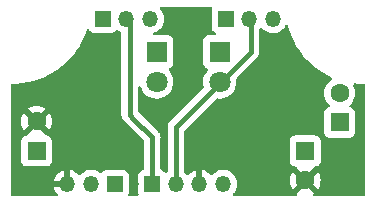
<source format=gbr>
%TF.GenerationSoftware,KiCad,Pcbnew,6.0.0+dfsg1-2*%
%TF.CreationDate,2022-01-11T20:59:37+02:00*%
%TF.ProjectId,aceitera,61636569-7465-4726-912e-6b696361645f,rev?*%
%TF.SameCoordinates,Original*%
%TF.FileFunction,Copper,L2,Bot*%
%TF.FilePolarity,Positive*%
%FSLAX46Y46*%
G04 Gerber Fmt 4.6, Leading zero omitted, Abs format (unit mm)*
G04 Created by KiCad (PCBNEW 6.0.0+dfsg1-2) date 2022-01-11 20:59:37*
%MOMM*%
%LPD*%
G01*
G04 APERTURE LIST*
%TA.AperFunction,ComponentPad*%
%ADD10R,1.350000X1.350000*%
%TD*%
%TA.AperFunction,ComponentPad*%
%ADD11O,1.350000X1.350000*%
%TD*%
%TA.AperFunction,ComponentPad*%
%ADD12R,1.600000X1.600000*%
%TD*%
%TA.AperFunction,ComponentPad*%
%ADD13C,1.600000*%
%TD*%
%TA.AperFunction,ComponentPad*%
%ADD14R,1.800000X1.800000*%
%TD*%
%TA.AperFunction,ComponentPad*%
%ADD15C,1.800000*%
%TD*%
%TA.AperFunction,ViaPad*%
%ADD16C,0.800000*%
%TD*%
%TA.AperFunction,Conductor*%
%ADD17C,0.381000*%
%TD*%
G04 APERTURE END LIST*
D10*
%TO.P,RV1,1,1*%
%TO.N,Net-(C3-Pad2)*%
X110744000Y-90043000D03*
D11*
%TO.P,RV1,2,2*%
%TO.N,OUT*%
X108744000Y-90043000D03*
%TO.P,RV1,3,3*%
%TO.N,GND*%
X106744000Y-90043000D03*
%TD*%
D10*
%TO.P,J1,1,Pin_1*%
%TO.N,IN*%
X113919000Y-90043000D03*
D11*
%TO.P,J1,2,Pin_2*%
%TO.N,+9V*%
X115919000Y-90043000D03*
%TO.P,J1,3,Pin_3*%
%TO.N,GND*%
X117919000Y-90043000D03*
%TO.P,J1,4,Pin_4*%
%TO.N,OUT*%
X119919000Y-90043000D03*
%TD*%
D12*
%TO.P,C4,1*%
%TO.N,Net-(C4-Pad1)*%
X126873000Y-87249000D03*
D13*
%TO.P,C4,2*%
%TO.N,GND*%
X126873000Y-89749000D03*
%TD*%
D12*
%TO.P,C6,1*%
%TO.N,Net-(C6-Pad1)*%
X104140000Y-87249000D03*
D13*
%TO.P,C6,2*%
%TO.N,GND*%
X104140000Y-84749000D03*
%TD*%
D12*
%TO.P,C2,1*%
%TO.N,Net-(C2-Pad1)*%
X129794000Y-84836000D03*
D13*
%TO.P,C2,2*%
%TO.N,Net-(C2-Pad2)*%
X129794000Y-82336000D03*
%TD*%
D10*
%TO.P,SW2,1,A*%
%TO.N,Net-(C1-Pad1)*%
X109728000Y-76073000D03*
D11*
%TO.P,SW2,2,B*%
%TO.N,IN*%
X111728000Y-76073000D03*
%TO.P,SW2,3,C*%
%TO.N,Net-(C7-Pad1)*%
X113728000Y-76073000D03*
%TD*%
D14*
%TO.P,D2,1,K*%
%TO.N,VCC*%
X114300000Y-78867000D03*
D15*
%TO.P,D2,2,A*%
%TO.N,Net-(D1-Pad1)*%
X114300000Y-81407000D03*
%TD*%
D14*
%TO.P,D1,1,K*%
%TO.N,Net-(D1-Pad1)*%
X119634000Y-78867000D03*
D15*
%TO.P,D1,2,A*%
%TO.N,+9V*%
X119634000Y-81407000D03*
%TD*%
D10*
%TO.P,SW1,1,1*%
%TO.N,VCC*%
X120142000Y-76073000D03*
D11*
%TO.P,SW1,2,2*%
%TO.N,+9V*%
X122142000Y-76073000D03*
%TO.P,SW1,3,3*%
%TO.N,Net-(D1-Pad1)*%
X124142000Y-76073000D03*
%TD*%
D16*
%TO.N,GND*%
X126492000Y-84963000D03*
X112395000Y-90043000D03*
X118999000Y-83820000D03*
X116586000Y-82677000D03*
%TD*%
D17*
%TO.N,+9V*%
X122269000Y-78899000D02*
X122269000Y-76073000D01*
X115919000Y-85249000D02*
X119634000Y-81534000D01*
X119634000Y-81534000D02*
X122269000Y-78899000D01*
X115919000Y-90043000D02*
X115919000Y-85249000D01*
%TO.N,IN*%
X112014000Y-76200000D02*
X112014000Y-83058000D01*
X112014000Y-84201000D02*
X112014000Y-83058000D01*
X112331500Y-84518500D02*
X112014000Y-84201000D01*
X113919000Y-90043000D02*
X113919000Y-86106000D01*
X113919000Y-86106000D02*
X112331500Y-84518500D01*
%TD*%
%TA.AperFunction,Conductor*%
%TO.N,GND*%
G36*
X125376732Y-76585087D02*
G01*
X125418668Y-76642376D01*
X125421522Y-76651317D01*
X125515964Y-76990289D01*
X125562931Y-77119817D01*
X125682162Y-77448642D01*
X125687079Y-77462203D01*
X125688062Y-77464380D01*
X125688062Y-77464381D01*
X125689709Y-77468029D01*
X125893589Y-77919736D01*
X125894981Y-77922283D01*
X126123701Y-78340841D01*
X126134300Y-78360238D01*
X126407816Y-78781157D01*
X126409265Y-78783054D01*
X126409268Y-78783058D01*
X126625862Y-79066577D01*
X126712552Y-79180054D01*
X127046745Y-79554618D01*
X127048466Y-79556274D01*
X127406731Y-79901021D01*
X127406743Y-79901032D01*
X127408457Y-79902681D01*
X127795594Y-80222225D01*
X127797548Y-80223602D01*
X127797561Y-80223612D01*
X128203936Y-80510008D01*
X128203947Y-80510015D01*
X128205912Y-80511400D01*
X128207980Y-80512633D01*
X128207984Y-80512636D01*
X128302260Y-80568864D01*
X128637035Y-80768530D01*
X128639170Y-80769592D01*
X128639177Y-80769596D01*
X128740086Y-80819799D01*
X129086466Y-80992127D01*
X129088663Y-80993019D01*
X129088686Y-80993029D01*
X129090564Y-80993791D01*
X129090810Y-80993986D01*
X129090878Y-80994017D01*
X129090870Y-80994034D01*
X129146158Y-81037948D01*
X129169053Y-81105152D01*
X129151981Y-81174065D01*
X129115439Y-81213750D01*
X128954211Y-81326643D01*
X128954208Y-81326645D01*
X128949700Y-81329802D01*
X128787802Y-81491700D01*
X128784645Y-81496208D01*
X128784643Y-81496211D01*
X128733704Y-81568960D01*
X128656477Y-81679251D01*
X128654154Y-81684233D01*
X128654151Y-81684238D01*
X128603598Y-81792651D01*
X128559716Y-81886757D01*
X128500457Y-82107913D01*
X128480502Y-82336000D01*
X128500457Y-82564087D01*
X128501881Y-82569400D01*
X128501881Y-82569402D01*
X128553586Y-82762364D01*
X128559716Y-82785243D01*
X128562039Y-82790224D01*
X128562039Y-82790225D01*
X128654151Y-82987762D01*
X128654154Y-82987767D01*
X128656477Y-82992749D01*
X128787802Y-83180300D01*
X128933502Y-83326000D01*
X128967528Y-83388312D01*
X128962463Y-83459127D01*
X128919916Y-83515963D01*
X128883263Y-83533132D01*
X128883684Y-83534255D01*
X128747295Y-83585385D01*
X128630739Y-83672739D01*
X128543385Y-83789295D01*
X128492255Y-83925684D01*
X128485500Y-83987866D01*
X128485500Y-85684134D01*
X128492255Y-85746316D01*
X128543385Y-85882705D01*
X128630739Y-85999261D01*
X128747295Y-86086615D01*
X128883684Y-86137745D01*
X128945866Y-86144500D01*
X130642134Y-86144500D01*
X130704316Y-86137745D01*
X130840705Y-86086615D01*
X130957261Y-85999261D01*
X131044615Y-85882705D01*
X131095745Y-85746316D01*
X131102500Y-85684134D01*
X131102500Y-83987866D01*
X131095745Y-83925684D01*
X131044615Y-83789295D01*
X130957261Y-83672739D01*
X130840705Y-83585385D01*
X130704316Y-83534255D01*
X130705046Y-83532309D01*
X130652795Y-83502455D01*
X130619979Y-83439497D01*
X130626409Y-83368793D01*
X130654498Y-83326000D01*
X130800198Y-83180300D01*
X130931523Y-82992749D01*
X130933846Y-82987767D01*
X130933849Y-82987762D01*
X131025961Y-82790225D01*
X131025961Y-82790224D01*
X131028284Y-82785243D01*
X131034415Y-82762364D01*
X131086119Y-82569402D01*
X131086119Y-82569400D01*
X131087543Y-82564087D01*
X131107498Y-82336000D01*
X131087543Y-82107913D01*
X131028284Y-81886757D01*
X130946704Y-81711806D01*
X130936043Y-81641616D01*
X130965023Y-81576804D01*
X131024443Y-81537947D01*
X131071095Y-81532971D01*
X131306550Y-81552086D01*
X131514257Y-81568949D01*
X131827619Y-81570478D01*
X131895637Y-81590812D01*
X131941868Y-81644694D01*
X131953000Y-81696476D01*
X131953000Y-90933000D01*
X131932998Y-91001121D01*
X131879342Y-91047614D01*
X131827000Y-91059000D01*
X127678205Y-91059000D01*
X127610084Y-91038998D01*
X127563591Y-90985342D01*
X127553487Y-90915068D01*
X127579783Y-90854330D01*
X127594424Y-90836013D01*
X127587356Y-90822566D01*
X126885812Y-90121022D01*
X126871868Y-90113408D01*
X126870035Y-90113539D01*
X126863420Y-90117790D01*
X126157923Y-90823287D01*
X126151493Y-90835062D01*
X126167614Y-90855900D01*
X126193478Y-90922018D01*
X126179489Y-90991623D01*
X126130089Y-91042616D01*
X126067957Y-91059000D01*
X120882115Y-91059000D01*
X120813994Y-91038998D01*
X120767501Y-90985342D01*
X120757397Y-90915068D01*
X120785241Y-90852431D01*
X120852495Y-90771567D01*
X120898532Y-90716213D01*
X121004813Y-90526435D01*
X121006669Y-90520968D01*
X121006671Y-90520963D01*
X121072874Y-90325935D01*
X121072875Y-90325930D01*
X121074730Y-90320466D01*
X121105941Y-90105205D01*
X121107570Y-90043000D01*
X121087667Y-89826400D01*
X121076217Y-89785799D01*
X121067383Y-89754475D01*
X125560483Y-89754475D01*
X125579472Y-89971519D01*
X125581375Y-89982312D01*
X125637764Y-90192761D01*
X125641510Y-90203053D01*
X125733586Y-90400511D01*
X125739069Y-90410006D01*
X125775509Y-90462048D01*
X125785988Y-90470424D01*
X125799434Y-90463356D01*
X126500978Y-89761812D01*
X126507356Y-89750132D01*
X127237408Y-89750132D01*
X127237539Y-89751965D01*
X127241790Y-89758580D01*
X127947287Y-90464077D01*
X127959062Y-90470507D01*
X127971077Y-90461211D01*
X128006931Y-90410006D01*
X128012414Y-90400511D01*
X128104490Y-90203053D01*
X128108236Y-90192761D01*
X128164625Y-89982312D01*
X128166528Y-89971519D01*
X128185517Y-89754475D01*
X128185517Y-89743525D01*
X128166528Y-89526481D01*
X128164625Y-89515688D01*
X128108236Y-89305239D01*
X128104490Y-89294947D01*
X128012414Y-89097489D01*
X128006931Y-89087994D01*
X127970491Y-89035952D01*
X127960012Y-89027576D01*
X127946566Y-89034644D01*
X127245022Y-89736188D01*
X127237408Y-89750132D01*
X126507356Y-89750132D01*
X126508592Y-89747868D01*
X126508461Y-89746035D01*
X126504210Y-89739420D01*
X125798713Y-89033923D01*
X125786938Y-89027493D01*
X125774923Y-89036789D01*
X125739069Y-89087994D01*
X125733586Y-89097489D01*
X125641510Y-89294947D01*
X125637764Y-89305239D01*
X125581375Y-89515688D01*
X125579472Y-89526481D01*
X125560483Y-89743525D01*
X125560483Y-89754475D01*
X121067383Y-89754475D01*
X121030195Y-89622619D01*
X121028626Y-89617055D01*
X120932423Y-89421974D01*
X120901237Y-89380210D01*
X120805733Y-89252315D01*
X120805732Y-89252314D01*
X120802280Y-89247691D01*
X120798044Y-89243775D01*
X120646796Y-89103963D01*
X120646793Y-89103961D01*
X120642556Y-89100044D01*
X120458599Y-88983976D01*
X120256572Y-88903376D01*
X120043239Y-88860941D01*
X120037464Y-88860865D01*
X120037460Y-88860865D01*
X119928419Y-88859438D01*
X119825746Y-88858094D01*
X119820049Y-88859073D01*
X119820048Y-88859073D01*
X119617065Y-88893952D01*
X119617062Y-88893953D01*
X119611375Y-88894930D01*
X119407307Y-88970214D01*
X119220376Y-89081427D01*
X119056842Y-89224842D01*
X119053270Y-89229373D01*
X119018688Y-89273240D01*
X118960807Y-89314353D01*
X118889887Y-89317647D01*
X118828444Y-89282075D01*
X118818780Y-89270622D01*
X118805364Y-89252655D01*
X118797671Y-89244111D01*
X118646490Y-89104361D01*
X118637365Y-89097360D01*
X118463255Y-88987505D01*
X118453008Y-88982284D01*
X118261793Y-88905997D01*
X118250767Y-88902730D01*
X118190770Y-88890797D01*
X118177894Y-88891949D01*
X118173000Y-88907102D01*
X118173000Y-90171000D01*
X118152998Y-90239121D01*
X118099342Y-90285614D01*
X118047000Y-90297000D01*
X117791000Y-90297000D01*
X117722879Y-90276998D01*
X117676386Y-90223342D01*
X117665000Y-90171000D01*
X117665000Y-88904337D01*
X117661194Y-88891375D01*
X117646278Y-88889439D01*
X117617202Y-88894435D01*
X117606082Y-88897415D01*
X117412940Y-88968669D01*
X117402562Y-88973619D01*
X117225639Y-89078877D01*
X117216327Y-89085643D01*
X117061547Y-89221381D01*
X117053629Y-89229725D01*
X117019317Y-89273249D01*
X116961436Y-89314361D01*
X116890516Y-89317655D01*
X116829073Y-89282083D01*
X116819410Y-89270631D01*
X116805733Y-89252315D01*
X116805732Y-89252314D01*
X116802280Y-89247691D01*
X116782845Y-89229725D01*
X116672008Y-89127269D01*
X116658471Y-89114755D01*
X116622026Y-89053828D01*
X116618000Y-89022231D01*
X116618000Y-88097134D01*
X125564500Y-88097134D01*
X125571255Y-88159316D01*
X125622385Y-88295705D01*
X125709739Y-88412261D01*
X125826295Y-88499615D01*
X125962684Y-88550745D01*
X126006252Y-88555478D01*
X126021486Y-88557133D01*
X126021489Y-88557133D01*
X126024866Y-88557500D01*
X126028185Y-88557500D01*
X126095110Y-88581153D01*
X126130804Y-88627156D01*
X126132734Y-88626141D01*
X126138442Y-88637000D01*
X126138632Y-88637245D01*
X126138653Y-88637403D01*
X126158644Y-88675434D01*
X126860188Y-89376978D01*
X126874132Y-89384592D01*
X126875965Y-89384461D01*
X126882580Y-89380210D01*
X127588077Y-88674713D01*
X127610871Y-88632971D01*
X127613047Y-88622971D01*
X127663253Y-88572773D01*
X127716814Y-88557549D01*
X127717719Y-88557500D01*
X127721134Y-88557500D01*
X127724530Y-88557131D01*
X127724532Y-88557131D01*
X127736879Y-88555790D01*
X127783316Y-88550745D01*
X127919705Y-88499615D01*
X128036261Y-88412261D01*
X128123615Y-88295705D01*
X128174745Y-88159316D01*
X128181500Y-88097134D01*
X128181500Y-86400866D01*
X128174745Y-86338684D01*
X128123615Y-86202295D01*
X128036261Y-86085739D01*
X127919705Y-85998385D01*
X127783316Y-85947255D01*
X127721134Y-85940500D01*
X126024866Y-85940500D01*
X125962684Y-85947255D01*
X125826295Y-85998385D01*
X125709739Y-86085739D01*
X125622385Y-86202295D01*
X125571255Y-86338684D01*
X125564500Y-86400866D01*
X125564500Y-88097134D01*
X116618000Y-88097134D01*
X116618000Y-85590725D01*
X116638002Y-85522604D01*
X116654905Y-85501630D01*
X119318649Y-82837886D01*
X119380961Y-82803860D01*
X119432863Y-82803510D01*
X119466656Y-82810385D01*
X119597324Y-82815176D01*
X119692949Y-82818683D01*
X119692953Y-82818683D01*
X119698113Y-82818872D01*
X119703233Y-82818216D01*
X119703235Y-82818216D01*
X119815298Y-82803860D01*
X119927847Y-82789442D01*
X119932795Y-82787957D01*
X119932802Y-82787956D01*
X120144747Y-82724369D01*
X120149690Y-82722886D01*
X120230236Y-82683427D01*
X120353049Y-82623262D01*
X120353052Y-82623260D01*
X120357684Y-82620991D01*
X120546243Y-82486494D01*
X120710303Y-82323005D01*
X120845458Y-82134917D01*
X120892641Y-82039450D01*
X120945784Y-81931922D01*
X120945785Y-81931920D01*
X120948078Y-81927280D01*
X121015408Y-81705671D01*
X121045640Y-81476041D01*
X121046862Y-81426037D01*
X121047245Y-81410365D01*
X121047245Y-81410361D01*
X121047327Y-81407000D01*
X121029485Y-81189988D01*
X121043838Y-81120459D01*
X121065966Y-81090570D01*
X122743046Y-79413490D01*
X122749312Y-79407636D01*
X122786547Y-79375154D01*
X122792274Y-79370158D01*
X122828498Y-79318617D01*
X122832423Y-79313332D01*
X122866607Y-79269735D01*
X122871292Y-79263760D01*
X122874416Y-79256842D01*
X122876245Y-79253821D01*
X122883500Y-79241102D01*
X122885188Y-79237954D01*
X122889556Y-79231739D01*
X122912438Y-79173050D01*
X122914978Y-79167005D01*
X122940913Y-79109565D01*
X122942298Y-79102092D01*
X122943369Y-79098674D01*
X122947354Y-79084685D01*
X122948251Y-79081193D01*
X122951012Y-79074111D01*
X122959233Y-79011670D01*
X122960265Y-79005157D01*
X122970361Y-78950682D01*
X122970361Y-78950680D01*
X122971745Y-78943213D01*
X122968209Y-78881887D01*
X122968000Y-78874635D01*
X122968000Y-76976364D01*
X122988002Y-76908243D01*
X122997126Y-76895795D01*
X123042252Y-76841537D01*
X123101190Y-76801953D01*
X123172172Y-76800517D01*
X123234913Y-76840258D01*
X123238204Y-76844914D01*
X123242347Y-76848950D01*
X123242348Y-76848951D01*
X123320888Y-76925461D01*
X123394009Y-76996692D01*
X123398813Y-76999902D01*
X123422070Y-77015442D01*
X123574863Y-77117536D01*
X123580171Y-77119817D01*
X123580172Y-77119817D01*
X123769409Y-77201119D01*
X123769412Y-77201120D01*
X123774712Y-77203397D01*
X123780342Y-77204671D01*
X123878464Y-77226874D01*
X123986860Y-77251402D01*
X123992631Y-77251629D01*
X123992633Y-77251629D01*
X124065620Y-77254496D01*
X124204205Y-77259941D01*
X124419466Y-77228730D01*
X124424930Y-77226875D01*
X124424935Y-77226874D01*
X124619963Y-77160671D01*
X124619968Y-77160669D01*
X124625435Y-77158813D01*
X124815213Y-77052532D01*
X124982446Y-76913446D01*
X125121532Y-76746213D01*
X125190214Y-76623573D01*
X125240950Y-76573913D01*
X125310482Y-76559566D01*
X125376732Y-76585087D01*
G37*
%TD.AperFunction*%
%TA.AperFunction,Conductor*%
G36*
X108555843Y-76948693D02*
G01*
X108602141Y-76994888D01*
X108602385Y-76994705D01*
X108689739Y-77111261D01*
X108806295Y-77198615D01*
X108942684Y-77249745D01*
X109004866Y-77256500D01*
X110451134Y-77256500D01*
X110513316Y-77249745D01*
X110649705Y-77198615D01*
X110766261Y-77111261D01*
X110823214Y-77035269D01*
X110880073Y-76992754D01*
X110950892Y-76987728D01*
X110994042Y-77006069D01*
X111140596Y-77103994D01*
X111160863Y-77117536D01*
X111166171Y-77119817D01*
X111166172Y-77119817D01*
X111238737Y-77150993D01*
X111293431Y-77196261D01*
X111315000Y-77266761D01*
X111315000Y-84172401D01*
X111314708Y-84180971D01*
X111310830Y-84237852D01*
X111312135Y-84245328D01*
X111312135Y-84245332D01*
X111321663Y-84299924D01*
X111322626Y-84306449D01*
X111330191Y-84368960D01*
X111332875Y-84376062D01*
X111333719Y-84379500D01*
X111337583Y-84393623D01*
X111338613Y-84397034D01*
X111339919Y-84404517D01*
X111342972Y-84411472D01*
X111365239Y-84462198D01*
X111367730Y-84468304D01*
X111385636Y-84515688D01*
X111389994Y-84527222D01*
X111394293Y-84533477D01*
X111395935Y-84536618D01*
X111403033Y-84549372D01*
X111404870Y-84552478D01*
X111407923Y-84559433D01*
X111412548Y-84565460D01*
X111412550Y-84565464D01*
X111446265Y-84609402D01*
X111450129Y-84614720D01*
X111485821Y-84666652D01*
X111491491Y-84671704D01*
X111491492Y-84671705D01*
X111531688Y-84707518D01*
X111536964Y-84712499D01*
X113183095Y-86358630D01*
X113217121Y-86420942D01*
X113220000Y-86447725D01*
X113220000Y-88747192D01*
X113199998Y-88815313D01*
X113146342Y-88861806D01*
X113133651Y-88866166D01*
X113133684Y-88866255D01*
X112997295Y-88917385D01*
X112880739Y-89004739D01*
X112793385Y-89121295D01*
X112742255Y-89257684D01*
X112735500Y-89319866D01*
X112735500Y-90766134D01*
X112742255Y-90828316D01*
X112745027Y-90835712D01*
X112745029Y-90835718D01*
X112764918Y-90888771D01*
X112770101Y-90959578D01*
X112736180Y-91021947D01*
X112673924Y-91056076D01*
X112646936Y-91059000D01*
X112016064Y-91059000D01*
X111947943Y-91038998D01*
X111901450Y-90985342D01*
X111891346Y-90915068D01*
X111898082Y-90888771D01*
X111917971Y-90835718D01*
X111917973Y-90835712D01*
X111920745Y-90828316D01*
X111927500Y-90766134D01*
X111927500Y-89319866D01*
X111920745Y-89257684D01*
X111869615Y-89121295D01*
X111782261Y-89004739D01*
X111665705Y-88917385D01*
X111529316Y-88866255D01*
X111467134Y-88859500D01*
X110020866Y-88859500D01*
X109958684Y-88866255D01*
X109822295Y-88917385D01*
X109705739Y-89004739D01*
X109650479Y-89078473D01*
X109649538Y-89079728D01*
X109592679Y-89122243D01*
X109521860Y-89127269D01*
X109472012Y-89104129D01*
X109471795Y-89103963D01*
X109467556Y-89100044D01*
X109283599Y-88983976D01*
X109081572Y-88903376D01*
X108868239Y-88860941D01*
X108862464Y-88860865D01*
X108862460Y-88860865D01*
X108753419Y-88859438D01*
X108650746Y-88858094D01*
X108645049Y-88859073D01*
X108645048Y-88859073D01*
X108442065Y-88893952D01*
X108442062Y-88893953D01*
X108436375Y-88894930D01*
X108232307Y-88970214D01*
X108045376Y-89081427D01*
X107881842Y-89224842D01*
X107878270Y-89229373D01*
X107843688Y-89273240D01*
X107785807Y-89314353D01*
X107714887Y-89317647D01*
X107653444Y-89282075D01*
X107643780Y-89270622D01*
X107630364Y-89252655D01*
X107622671Y-89244111D01*
X107471490Y-89104361D01*
X107462365Y-89097360D01*
X107288255Y-88987505D01*
X107278008Y-88982284D01*
X107086793Y-88905997D01*
X107075767Y-88902730D01*
X107015770Y-88890797D01*
X107002894Y-88891949D01*
X106998000Y-88907102D01*
X106998000Y-90171000D01*
X106977998Y-90239121D01*
X106924342Y-90285614D01*
X106872000Y-90297000D01*
X105605981Y-90297000D01*
X105592450Y-90300973D01*
X105591158Y-90309962D01*
X105622656Y-90433985D01*
X105626497Y-90444832D01*
X105712685Y-90631789D01*
X105718436Y-90641750D01*
X105837254Y-90809873D01*
X105844720Y-90818615D01*
X105869491Y-90842746D01*
X105904328Y-90904607D01*
X105900191Y-90975483D01*
X105858392Y-91032871D01*
X105792202Y-91058551D01*
X105781569Y-91059000D01*
X102107000Y-91059000D01*
X102038879Y-91038998D01*
X101992386Y-90985342D01*
X101981000Y-90933000D01*
X101981000Y-89785799D01*
X105589218Y-89785799D01*
X105595950Y-89789000D01*
X106471885Y-89789000D01*
X106487124Y-89784525D01*
X106488329Y-89783135D01*
X106490000Y-89775452D01*
X106490000Y-88904337D01*
X106486194Y-88891375D01*
X106471278Y-88889439D01*
X106442202Y-88894435D01*
X106431082Y-88897415D01*
X106237940Y-88968669D01*
X106227562Y-88973619D01*
X106050639Y-89078877D01*
X106041327Y-89085643D01*
X105886547Y-89221381D01*
X105878630Y-89229724D01*
X105751180Y-89391394D01*
X105744909Y-89401050D01*
X105649060Y-89583229D01*
X105644655Y-89593863D01*
X105589436Y-89771700D01*
X105589218Y-89785799D01*
X101981000Y-89785799D01*
X101981000Y-88097134D01*
X102831500Y-88097134D01*
X102838255Y-88159316D01*
X102889385Y-88295705D01*
X102976739Y-88412261D01*
X103093295Y-88499615D01*
X103229684Y-88550745D01*
X103291866Y-88557500D01*
X104988134Y-88557500D01*
X105050316Y-88550745D01*
X105186705Y-88499615D01*
X105303261Y-88412261D01*
X105390615Y-88295705D01*
X105441745Y-88159316D01*
X105448500Y-88097134D01*
X105448500Y-86400866D01*
X105441745Y-86338684D01*
X105390615Y-86202295D01*
X105303261Y-86085739D01*
X105186705Y-85998385D01*
X105050316Y-85947255D01*
X105006748Y-85942522D01*
X104991514Y-85940867D01*
X104991511Y-85940867D01*
X104988134Y-85940500D01*
X104984815Y-85940500D01*
X104917890Y-85916847D01*
X104882196Y-85870844D01*
X104880266Y-85871859D01*
X104874558Y-85861000D01*
X104874368Y-85860755D01*
X104874347Y-85860597D01*
X104854356Y-85822566D01*
X104152812Y-85121022D01*
X104138868Y-85113408D01*
X104137035Y-85113539D01*
X104130420Y-85117790D01*
X103424923Y-85823287D01*
X103402129Y-85865029D01*
X103399953Y-85875029D01*
X103349747Y-85925227D01*
X103296186Y-85940451D01*
X103295281Y-85940500D01*
X103291866Y-85940500D01*
X103288470Y-85940869D01*
X103288468Y-85940869D01*
X103276121Y-85942210D01*
X103229684Y-85947255D01*
X103093295Y-85998385D01*
X102976739Y-86085739D01*
X102889385Y-86202295D01*
X102838255Y-86338684D01*
X102831500Y-86400866D01*
X102831500Y-88097134D01*
X101981000Y-88097134D01*
X101981000Y-84754475D01*
X102827483Y-84754475D01*
X102846472Y-84971519D01*
X102848375Y-84982312D01*
X102904764Y-85192761D01*
X102908510Y-85203053D01*
X103000586Y-85400511D01*
X103006069Y-85410006D01*
X103042509Y-85462048D01*
X103052988Y-85470424D01*
X103066434Y-85463356D01*
X103767978Y-84761812D01*
X103774356Y-84750132D01*
X104504408Y-84750132D01*
X104504539Y-84751965D01*
X104508790Y-84758580D01*
X105214287Y-85464077D01*
X105226062Y-85470507D01*
X105238077Y-85461211D01*
X105273931Y-85410006D01*
X105279414Y-85400511D01*
X105371490Y-85203053D01*
X105375236Y-85192761D01*
X105431625Y-84982312D01*
X105433528Y-84971519D01*
X105452517Y-84754475D01*
X105452517Y-84743525D01*
X105433528Y-84526481D01*
X105431625Y-84515688D01*
X105375236Y-84305239D01*
X105371490Y-84294947D01*
X105279414Y-84097489D01*
X105273931Y-84087994D01*
X105237491Y-84035952D01*
X105227012Y-84027576D01*
X105213566Y-84034644D01*
X104512022Y-84736188D01*
X104504408Y-84750132D01*
X103774356Y-84750132D01*
X103775592Y-84747868D01*
X103775461Y-84746035D01*
X103771210Y-84739420D01*
X103065713Y-84033923D01*
X103053938Y-84027493D01*
X103041923Y-84036789D01*
X103006069Y-84087994D01*
X103000586Y-84097489D01*
X102908510Y-84294947D01*
X102904764Y-84305239D01*
X102848375Y-84515688D01*
X102846472Y-84526481D01*
X102827483Y-84743525D01*
X102827483Y-84754475D01*
X101981000Y-84754475D01*
X101981000Y-83661988D01*
X103418576Y-83661988D01*
X103425644Y-83675434D01*
X104127188Y-84376978D01*
X104141132Y-84384592D01*
X104142965Y-84384461D01*
X104149580Y-84380210D01*
X104855077Y-83674713D01*
X104861507Y-83662938D01*
X104852211Y-83650923D01*
X104801006Y-83615069D01*
X104791511Y-83609586D01*
X104594053Y-83517510D01*
X104583761Y-83513764D01*
X104373312Y-83457375D01*
X104362519Y-83455472D01*
X104145475Y-83436483D01*
X104134525Y-83436483D01*
X103917481Y-83455472D01*
X103906688Y-83457375D01*
X103696239Y-83513764D01*
X103685947Y-83517510D01*
X103488489Y-83609586D01*
X103478994Y-83615069D01*
X103426952Y-83651509D01*
X103418576Y-83661988D01*
X101981000Y-83661988D01*
X101981000Y-81687240D01*
X102001002Y-81619119D01*
X102054658Y-81572626D01*
X102104693Y-81561261D01*
X102401755Y-81555820D01*
X102422300Y-81555444D01*
X102919254Y-81509044D01*
X103411352Y-81425644D01*
X103895844Y-81305709D01*
X103898081Y-81304974D01*
X104367790Y-81150643D01*
X104367797Y-81150640D01*
X104370020Y-81149910D01*
X104831230Y-80959118D01*
X104900968Y-80923954D01*
X105274802Y-80735456D01*
X105274815Y-80735449D01*
X105276895Y-80734400D01*
X105704525Y-80477011D01*
X106111729Y-80188391D01*
X106121108Y-80180629D01*
X106494406Y-79871663D01*
X106494411Y-79871658D01*
X106496230Y-79870153D01*
X106614421Y-79756422D01*
X106854188Y-79525703D01*
X106854198Y-79525692D01*
X106855878Y-79524076D01*
X107172660Y-79169984D01*
X107187088Y-79153857D01*
X107187092Y-79153852D01*
X107188664Y-79152095D01*
X107211684Y-79122130D01*
X107349130Y-78943213D01*
X107492727Y-78756289D01*
X107564785Y-78646370D01*
X107765076Y-78340841D01*
X107765085Y-78340826D01*
X107766366Y-78338872D01*
X107908205Y-78082588D01*
X108006916Y-77904230D01*
X108006919Y-77904223D01*
X108008053Y-77902175D01*
X108072012Y-77762972D01*
X108215450Y-77450789D01*
X108215454Y-77450778D01*
X108216436Y-77448642D01*
X108377476Y-77015441D01*
X108419959Y-76958560D01*
X108486453Y-76933677D01*
X108555843Y-76948693D01*
G37*
%TD.AperFunction*%
%TA.AperFunction,Conductor*%
G36*
X118938057Y-75077002D02*
G01*
X118984550Y-75130658D01*
X118994654Y-75200932D01*
X118987918Y-75227229D01*
X118968029Y-75280282D01*
X118968027Y-75280288D01*
X118965255Y-75287684D01*
X118958500Y-75349866D01*
X118958500Y-76796134D01*
X118965255Y-76858316D01*
X119016385Y-76994705D01*
X119103739Y-77111261D01*
X119220295Y-77198615D01*
X119228703Y-77201767D01*
X119262716Y-77214518D01*
X119319480Y-77257160D01*
X119344180Y-77323721D01*
X119328973Y-77393070D01*
X119278687Y-77443188D01*
X119218486Y-77458500D01*
X118685866Y-77458500D01*
X118623684Y-77465255D01*
X118487295Y-77516385D01*
X118370739Y-77603739D01*
X118283385Y-77720295D01*
X118232255Y-77856684D01*
X118225500Y-77918866D01*
X118225500Y-79815134D01*
X118232255Y-79877316D01*
X118283385Y-80013705D01*
X118370739Y-80130261D01*
X118487295Y-80217615D01*
X118495704Y-80220767D01*
X118495705Y-80220768D01*
X118555164Y-80243058D01*
X118611929Y-80285699D01*
X118636629Y-80352261D01*
X118621422Y-80421609D01*
X118602029Y-80448091D01*
X118535639Y-80517564D01*
X118532725Y-80521836D01*
X118532724Y-80521837D01*
X118518899Y-80542104D01*
X118405119Y-80708899D01*
X118307602Y-80918981D01*
X118245707Y-81142169D01*
X118221095Y-81372469D01*
X118221392Y-81377622D01*
X118221392Y-81377625D01*
X118232876Y-81576804D01*
X118234427Y-81603697D01*
X118235564Y-81608743D01*
X118235565Y-81608749D01*
X118281944Y-81814546D01*
X118277408Y-81885398D01*
X118248122Y-81931342D01*
X115444962Y-84734503D01*
X115438697Y-84740356D01*
X115395726Y-84777842D01*
X115391359Y-84784056D01*
X115359506Y-84829378D01*
X115355573Y-84834674D01*
X115321394Y-84878263D01*
X115321392Y-84878266D01*
X115316708Y-84884240D01*
X115313582Y-84891164D01*
X115311744Y-84894199D01*
X115304500Y-84906898D01*
X115302812Y-84910046D01*
X115298444Y-84916261D01*
X115295684Y-84923340D01*
X115275567Y-84974939D01*
X115273022Y-84980995D01*
X115247087Y-85038435D01*
X115245702Y-85045908D01*
X115244631Y-85049326D01*
X115240646Y-85063315D01*
X115239749Y-85066807D01*
X115236988Y-85073889D01*
X115235996Y-85081422D01*
X115235996Y-85081423D01*
X115228767Y-85136330D01*
X115227735Y-85142843D01*
X115218484Y-85192761D01*
X115216255Y-85204787D01*
X115216692Y-85212367D01*
X115216692Y-85212368D01*
X115219791Y-85266112D01*
X115220000Y-85273365D01*
X115220000Y-88977093D01*
X115199998Y-89045214D01*
X115146342Y-89091707D01*
X115076068Y-89101811D01*
X115011488Y-89072317D01*
X114993180Y-89052665D01*
X114957261Y-89004739D01*
X114840705Y-88917385D01*
X114704316Y-88866255D01*
X114705088Y-88864196D01*
X114653206Y-88834555D01*
X114620387Y-88771600D01*
X114618000Y-88747192D01*
X114618000Y-86134599D01*
X114618292Y-86126029D01*
X114621654Y-86076723D01*
X114621654Y-86076719D01*
X114622170Y-86069148D01*
X114620865Y-86061672D01*
X114620865Y-86061668D01*
X114611337Y-86007076D01*
X114610374Y-86000551D01*
X114603722Y-85945582D01*
X114603721Y-85945580D01*
X114602809Y-85938040D01*
X114600125Y-85930938D01*
X114599281Y-85927500D01*
X114595417Y-85913377D01*
X114594387Y-85909966D01*
X114593081Y-85902483D01*
X114567761Y-85844802D01*
X114565270Y-85838696D01*
X114545691Y-85786883D01*
X114545690Y-85786882D01*
X114543006Y-85779778D01*
X114538707Y-85773523D01*
X114537065Y-85770382D01*
X114529967Y-85757628D01*
X114528130Y-85754522D01*
X114525077Y-85747567D01*
X114520452Y-85741540D01*
X114520450Y-85741536D01*
X114486735Y-85697598D01*
X114482871Y-85692280D01*
X114447179Y-85640348D01*
X114401311Y-85599481D01*
X114396036Y-85594501D01*
X112749905Y-83948370D01*
X112715879Y-83886058D01*
X112713000Y-83859275D01*
X112713000Y-81887875D01*
X112733002Y-81819754D01*
X112786658Y-81773261D01*
X112856932Y-81763157D01*
X112921512Y-81792651D01*
X112955743Y-81840471D01*
X113036540Y-82039450D01*
X113038484Y-82044237D01*
X113159501Y-82241719D01*
X113311147Y-82416784D01*
X113489349Y-82564730D01*
X113689322Y-82681584D01*
X113905694Y-82764209D01*
X113910760Y-82765240D01*
X113910761Y-82765240D01*
X113963846Y-82776040D01*
X114132656Y-82810385D01*
X114263324Y-82815176D01*
X114358949Y-82818683D01*
X114358953Y-82818683D01*
X114364113Y-82818872D01*
X114369233Y-82818216D01*
X114369235Y-82818216D01*
X114481298Y-82803860D01*
X114593847Y-82789442D01*
X114598795Y-82787957D01*
X114598802Y-82787956D01*
X114810747Y-82724369D01*
X114815690Y-82722886D01*
X114896236Y-82683427D01*
X115019049Y-82623262D01*
X115019052Y-82623260D01*
X115023684Y-82620991D01*
X115212243Y-82486494D01*
X115376303Y-82323005D01*
X115511458Y-82134917D01*
X115558641Y-82039450D01*
X115611784Y-81931922D01*
X115611785Y-81931920D01*
X115614078Y-81927280D01*
X115681408Y-81705671D01*
X115711640Y-81476041D01*
X115712862Y-81426037D01*
X115713245Y-81410365D01*
X115713245Y-81410361D01*
X115713327Y-81407000D01*
X115697439Y-81213750D01*
X115694773Y-81181318D01*
X115694772Y-81181312D01*
X115694349Y-81176167D01*
X115659631Y-81037948D01*
X115639184Y-80956544D01*
X115639183Y-80956540D01*
X115637925Y-80951533D01*
X115625938Y-80923965D01*
X115547630Y-80743868D01*
X115547628Y-80743865D01*
X115545570Y-80739131D01*
X115419764Y-80544665D01*
X115400480Y-80523472D01*
X115329848Y-80445848D01*
X115298796Y-80382002D01*
X115307192Y-80311504D01*
X115352369Y-80256736D01*
X115378812Y-80243067D01*
X115438297Y-80220767D01*
X115446705Y-80217615D01*
X115563261Y-80130261D01*
X115650615Y-80013705D01*
X115701745Y-79877316D01*
X115708500Y-79815134D01*
X115708500Y-77918866D01*
X115701745Y-77856684D01*
X115650615Y-77720295D01*
X115563261Y-77603739D01*
X115446705Y-77516385D01*
X115310316Y-77465255D01*
X115248134Y-77458500D01*
X114091755Y-77458500D01*
X114023634Y-77438498D01*
X113977141Y-77384842D01*
X113967037Y-77314568D01*
X113996531Y-77249988D01*
X114051254Y-77213187D01*
X114061801Y-77209607D01*
X114080095Y-77203397D01*
X114205963Y-77160671D01*
X114205968Y-77160669D01*
X114211435Y-77158813D01*
X114401213Y-77052532D01*
X114568446Y-76913446D01*
X114707532Y-76746213D01*
X114813813Y-76556435D01*
X114815669Y-76550968D01*
X114815671Y-76550963D01*
X114881874Y-76355935D01*
X114881875Y-76355930D01*
X114883730Y-76350466D01*
X114914941Y-76135205D01*
X114916570Y-76073000D01*
X114896667Y-75856400D01*
X114837626Y-75647055D01*
X114741423Y-75451974D01*
X114628100Y-75300215D01*
X114614733Y-75282315D01*
X114614732Y-75282314D01*
X114611280Y-75277691D01*
X114607044Y-75273775D01*
X114603172Y-75269475D01*
X114604566Y-75268220D01*
X114572491Y-75214592D01*
X114574774Y-75143632D01*
X114615059Y-75085171D01*
X114680554Y-75057770D01*
X114694466Y-75057000D01*
X118869936Y-75057000D01*
X118938057Y-75077002D01*
G37*
%TD.AperFunction*%
%TD*%
M02*

</source>
